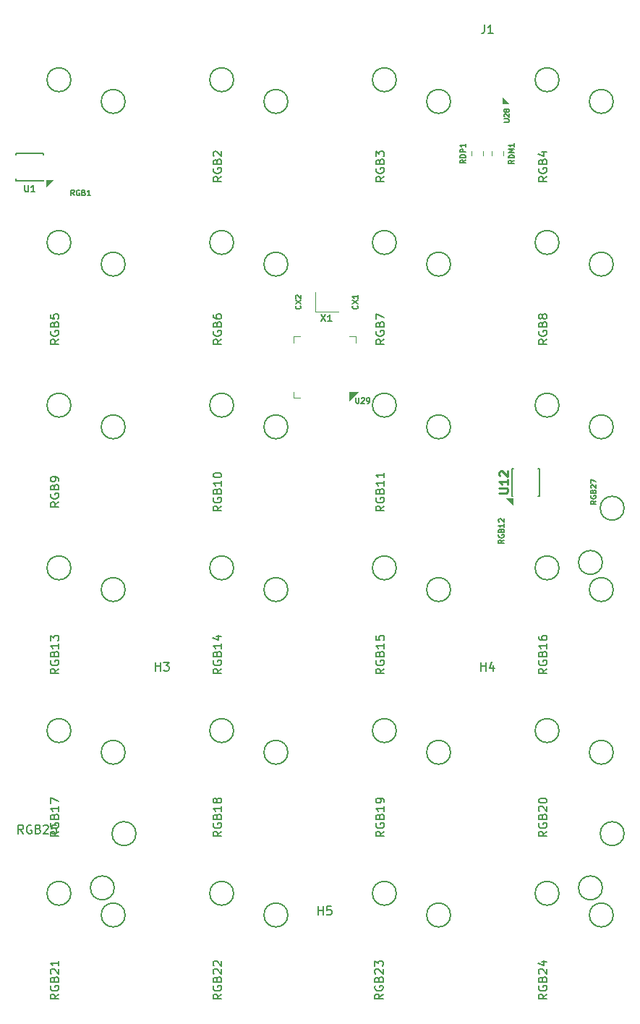
<source format=gbr>
G04 #@! TF.GenerationSoftware,KiCad,Pcbnew,5.1.2*
G04 #@! TF.CreationDate,2019-07-29T09:43:07-03:00*
G04 #@! TF.ProjectId,zeke,7a656b65-2e6b-4696-9361-645f70636258,rev?*
G04 #@! TF.SameCoordinates,Original*
G04 #@! TF.FileFunction,Legend,Top*
G04 #@! TF.FilePolarity,Positive*
%FSLAX46Y46*%
G04 Gerber Fmt 4.6, Leading zero omitted, Abs format (unit mm)*
G04 Created by KiCad (PCBNEW 5.1.2) date 2019-07-29 09:43:07*
%MOMM*%
%LPD*%
G04 APERTURE LIST*
%ADD10C,0.127000*%
%ADD11C,0.100000*%
%ADD12C,0.150000*%
%ADD13C,0.120000*%
%ADD14C,0.254000*%
%ADD15C,0.158750*%
%ADD16C,0.190500*%
G04 APERTURE END LIST*
D10*
X50371570Y-135969930D02*
G75*
G03X50371570Y-135969930I-1397000J0D01*
G01*
X52917331Y-129619930D02*
G75*
G03X52917331Y-129619930I-1402761J0D01*
G01*
D11*
G36*
X97018690Y-91138730D02*
G01*
X97018690Y-90376730D01*
X96256690Y-90376730D01*
X97018690Y-91138730D01*
G37*
X97018690Y-91138730D02*
X97018690Y-90376730D01*
X96256690Y-90376730D01*
X97018690Y-91138730D01*
D12*
X100167690Y-90096730D02*
X100167690Y-86846730D01*
X96917690Y-90096730D02*
X96917690Y-86846730D01*
X100167690Y-90096730D02*
X99952690Y-90096730D01*
X100167690Y-86846730D02*
X99952690Y-86846730D01*
X96917690Y-86846730D02*
X97132690Y-86846730D01*
X96917690Y-90096730D02*
X97042690Y-90096730D01*
D10*
X110061810Y-91519770D02*
G75*
G03X110061810Y-91519770I-1397000J0D01*
G01*
X107521810Y-97869770D02*
G75*
G03X107521810Y-97869770I-1397000J0D01*
G01*
X110061810Y-129619930D02*
G75*
G03X110061810Y-129619930I-1397000J0D01*
G01*
X107521810Y-135969930D02*
G75*
G03X107521810Y-135969930I-1397000J0D01*
G01*
D13*
X93579140Y-50265038D02*
X93579140Y-49747882D01*
X92159140Y-50265038D02*
X92159140Y-49747882D01*
X94540400Y-49747882D02*
X94540400Y-50265038D01*
X95960400Y-49747882D02*
X95960400Y-50265038D01*
D10*
X108791810Y-139144970D02*
G75*
G03X108791810Y-139144970I-1397000J0D01*
G01*
X102441810Y-136604970D02*
G75*
G03X102441810Y-136604970I-1397000J0D01*
G01*
X89741730Y-139144970D02*
G75*
G03X89741730Y-139144970I-1397000J0D01*
G01*
X83391730Y-136604970D02*
G75*
G03X83391730Y-136604970I-1397000J0D01*
G01*
X70691650Y-139144970D02*
G75*
G03X70691650Y-139144970I-1397000J0D01*
G01*
X64341650Y-136604970D02*
G75*
G03X64341650Y-136604970I-1397000J0D01*
G01*
X51641570Y-139144970D02*
G75*
G03X51641570Y-139144970I-1397000J0D01*
G01*
X45291570Y-136604970D02*
G75*
G03X45291570Y-136604970I-1397000J0D01*
G01*
D11*
G36*
X43148420Y-53086000D02*
G01*
X42386420Y-53086000D01*
X42386420Y-53848000D01*
X43148420Y-53086000D01*
G37*
X43148420Y-53086000D02*
X42386420Y-53086000D01*
X42386420Y-53848000D01*
X43148420Y-53086000D01*
D12*
X42106420Y-49937000D02*
X38856420Y-49937000D01*
X42106420Y-53187000D02*
X38856420Y-53187000D01*
X42106420Y-49937000D02*
X42106420Y-50152000D01*
X38856420Y-49937000D02*
X38856420Y-50152000D01*
X38856420Y-53187000D02*
X38856420Y-52972000D01*
X42106420Y-53187000D02*
X42106420Y-53062000D01*
D13*
X73888370Y-68539730D02*
X76588370Y-68539730D01*
X73888370Y-66239730D02*
X73888370Y-68539730D01*
D11*
G36*
X78946690Y-77930690D02*
G01*
X77930690Y-77930690D01*
X77930690Y-78946690D01*
X78946690Y-77930690D01*
G37*
X78946690Y-77930690D02*
X77930690Y-77930690D01*
X77930690Y-78946690D01*
X78946690Y-77930690D01*
D13*
X71399690Y-71399690D02*
X71399690Y-72124690D01*
X72124690Y-71399690D02*
X71399690Y-71399690D01*
X78619690Y-71399690D02*
X78619690Y-72124690D01*
X77894690Y-71399690D02*
X78619690Y-71399690D01*
X71399690Y-78619690D02*
X71399690Y-77894690D01*
X72124690Y-78619690D02*
X71399690Y-78619690D01*
D10*
X108791810Y-120094890D02*
G75*
G03X108791810Y-120094890I-1397000J0D01*
G01*
X102441810Y-117554890D02*
G75*
G03X102441810Y-117554890I-1397000J0D01*
G01*
X89741730Y-120094890D02*
G75*
G03X89741730Y-120094890I-1397000J0D01*
G01*
X83391730Y-117554890D02*
G75*
G03X83391730Y-117554890I-1397000J0D01*
G01*
X70691650Y-120094890D02*
G75*
G03X70691650Y-120094890I-1397000J0D01*
G01*
X64341650Y-117554890D02*
G75*
G03X64341650Y-117554890I-1397000J0D01*
G01*
X51641570Y-120094890D02*
G75*
G03X51641570Y-120094890I-1397000J0D01*
G01*
X45291570Y-117554890D02*
G75*
G03X45291570Y-117554890I-1397000J0D01*
G01*
D11*
G36*
X95809770Y-43414730D02*
G01*
X95809770Y-44164730D01*
X96559770Y-44164730D01*
X95809770Y-43414730D01*
G37*
X95809770Y-43414730D02*
X95809770Y-44164730D01*
X96559770Y-44164730D01*
X95809770Y-43414730D01*
D10*
X108791810Y-101044810D02*
G75*
G03X108791810Y-101044810I-1397000J0D01*
G01*
X102441810Y-98504810D02*
G75*
G03X102441810Y-98504810I-1397000J0D01*
G01*
X89741730Y-101044810D02*
G75*
G03X89741730Y-101044810I-1397000J0D01*
G01*
X83391730Y-98504810D02*
G75*
G03X83391730Y-98504810I-1397000J0D01*
G01*
X70691650Y-101044810D02*
G75*
G03X70691650Y-101044810I-1397000J0D01*
G01*
X64341650Y-98504810D02*
G75*
G03X64341650Y-98504810I-1397000J0D01*
G01*
X51641570Y-101044810D02*
G75*
G03X51641570Y-101044810I-1397000J0D01*
G01*
X45291570Y-98504810D02*
G75*
G03X45291570Y-98504810I-1397000J0D01*
G01*
X108791810Y-81994730D02*
G75*
G03X108791810Y-81994730I-1397000J0D01*
G01*
X102441810Y-79454730D02*
G75*
G03X102441810Y-79454730I-1397000J0D01*
G01*
X89741730Y-81994730D02*
G75*
G03X89741730Y-81994730I-1397000J0D01*
G01*
X83391730Y-79454730D02*
G75*
G03X83391730Y-79454730I-1397000J0D01*
G01*
X70691650Y-81994730D02*
G75*
G03X70691650Y-81994730I-1397000J0D01*
G01*
X64341650Y-79454730D02*
G75*
G03X64341650Y-79454730I-1397000J0D01*
G01*
X51641570Y-81994730D02*
G75*
G03X51641570Y-81994730I-1397000J0D01*
G01*
X45291570Y-79454730D02*
G75*
G03X45291570Y-79454730I-1397000J0D01*
G01*
X108791810Y-62944650D02*
G75*
G03X108791810Y-62944650I-1397000J0D01*
G01*
X102441810Y-60404650D02*
G75*
G03X102441810Y-60404650I-1397000J0D01*
G01*
X89741730Y-62944650D02*
G75*
G03X89741730Y-62944650I-1397000J0D01*
G01*
X83391730Y-60404650D02*
G75*
G03X83391730Y-60404650I-1397000J0D01*
G01*
X70691650Y-62944650D02*
G75*
G03X70691650Y-62944650I-1397000J0D01*
G01*
X64341650Y-60404650D02*
G75*
G03X64341650Y-60404650I-1397000J0D01*
G01*
X51641570Y-62944650D02*
G75*
G03X51641570Y-62944650I-1397000J0D01*
G01*
X45291570Y-60404650D02*
G75*
G03X45291570Y-60404650I-1397000J0D01*
G01*
X108791810Y-43894570D02*
G75*
G03X108791810Y-43894570I-1397000J0D01*
G01*
X102441810Y-41354570D02*
G75*
G03X102441810Y-41354570I-1397000J0D01*
G01*
X89741730Y-43894570D02*
G75*
G03X89741730Y-43894570I-1397000J0D01*
G01*
X83391730Y-41354570D02*
G75*
G03X83391730Y-41354570I-1397000J0D01*
G01*
X70691650Y-43894570D02*
G75*
G03X70691650Y-43894570I-1397000J0D01*
G01*
X64341650Y-41354570D02*
G75*
G03X64341650Y-41354570I-1397000J0D01*
G01*
X51641570Y-43894570D02*
G75*
G03X51641570Y-43894570I-1397000J0D01*
G01*
X45291570Y-41354570D02*
G75*
G03X45291570Y-41354570I-1397000J0D01*
G01*
D12*
X39711832Y-129612110D02*
X39378499Y-129135920D01*
X39140404Y-129612110D02*
X39140404Y-128612110D01*
X39521356Y-128612110D01*
X39616594Y-128659730D01*
X39664213Y-128707349D01*
X39711832Y-128802587D01*
X39711832Y-128945444D01*
X39664213Y-129040682D01*
X39616594Y-129088301D01*
X39521356Y-129135920D01*
X39140404Y-129135920D01*
X40664213Y-128659730D02*
X40568975Y-128612110D01*
X40426118Y-128612110D01*
X40283261Y-128659730D01*
X40188023Y-128754968D01*
X40140404Y-128850206D01*
X40092785Y-129040682D01*
X40092785Y-129183539D01*
X40140404Y-129374015D01*
X40188023Y-129469253D01*
X40283261Y-129564491D01*
X40426118Y-129612110D01*
X40521356Y-129612110D01*
X40664213Y-129564491D01*
X40711832Y-129516872D01*
X40711832Y-129183539D01*
X40521356Y-129183539D01*
X41473737Y-129088301D02*
X41616594Y-129135920D01*
X41664213Y-129183539D01*
X41711832Y-129278777D01*
X41711832Y-129421634D01*
X41664213Y-129516872D01*
X41616594Y-129564491D01*
X41521356Y-129612110D01*
X41140404Y-129612110D01*
X41140404Y-128612110D01*
X41473737Y-128612110D01*
X41568975Y-128659730D01*
X41616594Y-128707349D01*
X41664213Y-128802587D01*
X41664213Y-128897825D01*
X41616594Y-128993063D01*
X41568975Y-129040682D01*
X41473737Y-129088301D01*
X41140404Y-129088301D01*
X42092785Y-128707349D02*
X42140404Y-128659730D01*
X42235642Y-128612110D01*
X42473737Y-128612110D01*
X42568975Y-128659730D01*
X42616594Y-128707349D01*
X42664213Y-128802587D01*
X42664213Y-128897825D01*
X42616594Y-129040682D01*
X42045166Y-129612110D01*
X42664213Y-129612110D01*
X43568975Y-128612110D02*
X43092785Y-128612110D01*
X43045166Y-129088301D01*
X43092785Y-129040682D01*
X43188023Y-128993063D01*
X43426118Y-128993063D01*
X43521356Y-129040682D01*
X43568975Y-129088301D01*
X43616594Y-129183539D01*
X43616594Y-129421634D01*
X43568975Y-129516872D01*
X43521356Y-129564491D01*
X43426118Y-129612110D01*
X43188023Y-129612110D01*
X43092785Y-129564491D01*
X43045166Y-129516872D01*
X101037070Y-148407587D02*
X100560880Y-148740920D01*
X101037070Y-148979015D02*
X100037070Y-148979015D01*
X100037070Y-148598063D01*
X100084690Y-148502825D01*
X100132309Y-148455206D01*
X100227547Y-148407587D01*
X100370404Y-148407587D01*
X100465642Y-148455206D01*
X100513261Y-148502825D01*
X100560880Y-148598063D01*
X100560880Y-148979015D01*
X100084690Y-147455206D02*
X100037070Y-147550444D01*
X100037070Y-147693301D01*
X100084690Y-147836158D01*
X100179928Y-147931396D01*
X100275166Y-147979015D01*
X100465642Y-148026634D01*
X100608499Y-148026634D01*
X100798975Y-147979015D01*
X100894213Y-147931396D01*
X100989451Y-147836158D01*
X101037070Y-147693301D01*
X101037070Y-147598063D01*
X100989451Y-147455206D01*
X100941832Y-147407587D01*
X100608499Y-147407587D01*
X100608499Y-147598063D01*
X100513261Y-146645682D02*
X100560880Y-146502825D01*
X100608499Y-146455206D01*
X100703737Y-146407587D01*
X100846594Y-146407587D01*
X100941832Y-146455206D01*
X100989451Y-146502825D01*
X101037070Y-146598063D01*
X101037070Y-146979015D01*
X100037070Y-146979015D01*
X100037070Y-146645682D01*
X100084690Y-146550444D01*
X100132309Y-146502825D01*
X100227547Y-146455206D01*
X100322785Y-146455206D01*
X100418023Y-146502825D01*
X100465642Y-146550444D01*
X100513261Y-146645682D01*
X100513261Y-146979015D01*
X100132309Y-146026634D02*
X100084690Y-145979015D01*
X100037070Y-145883777D01*
X100037070Y-145645682D01*
X100084690Y-145550444D01*
X100132309Y-145502825D01*
X100227547Y-145455206D01*
X100322785Y-145455206D01*
X100465642Y-145502825D01*
X101037070Y-146074253D01*
X101037070Y-145455206D01*
X100370404Y-144598063D02*
X101037070Y-144598063D01*
X99989451Y-144836158D02*
X100703737Y-145074253D01*
X100703737Y-144455206D01*
X81860070Y-148407987D02*
X81383880Y-148741320D01*
X81860070Y-148979415D02*
X80860070Y-148979415D01*
X80860070Y-148598463D01*
X80907690Y-148503225D01*
X80955309Y-148455606D01*
X81050547Y-148407987D01*
X81193404Y-148407987D01*
X81288642Y-148455606D01*
X81336261Y-148503225D01*
X81383880Y-148598463D01*
X81383880Y-148979415D01*
X80907690Y-147455606D02*
X80860070Y-147550844D01*
X80860070Y-147693701D01*
X80907690Y-147836558D01*
X81002928Y-147931796D01*
X81098166Y-147979415D01*
X81288642Y-148027034D01*
X81431499Y-148027034D01*
X81621975Y-147979415D01*
X81717213Y-147931796D01*
X81812451Y-147836558D01*
X81860070Y-147693701D01*
X81860070Y-147598463D01*
X81812451Y-147455606D01*
X81764832Y-147407987D01*
X81431499Y-147407987D01*
X81431499Y-147598463D01*
X81336261Y-146646082D02*
X81383880Y-146503225D01*
X81431499Y-146455606D01*
X81526737Y-146407987D01*
X81669594Y-146407987D01*
X81764832Y-146455606D01*
X81812451Y-146503225D01*
X81860070Y-146598463D01*
X81860070Y-146979415D01*
X80860070Y-146979415D01*
X80860070Y-146646082D01*
X80907690Y-146550844D01*
X80955309Y-146503225D01*
X81050547Y-146455606D01*
X81145785Y-146455606D01*
X81241023Y-146503225D01*
X81288642Y-146550844D01*
X81336261Y-146646082D01*
X81336261Y-146979415D01*
X80955309Y-146027034D02*
X80907690Y-145979415D01*
X80860070Y-145884177D01*
X80860070Y-145646082D01*
X80907690Y-145550844D01*
X80955309Y-145503225D01*
X81050547Y-145455606D01*
X81145785Y-145455606D01*
X81288642Y-145503225D01*
X81860070Y-146074653D01*
X81860070Y-145455606D01*
X80860070Y-145122272D02*
X80860070Y-144503225D01*
X81241023Y-144836558D01*
X81241023Y-144693701D01*
X81288642Y-144598463D01*
X81336261Y-144550844D01*
X81431499Y-144503225D01*
X81669594Y-144503225D01*
X81764832Y-144550844D01*
X81812451Y-144598463D01*
X81860070Y-144693701D01*
X81860070Y-144979415D01*
X81812451Y-145074653D01*
X81764832Y-145122272D01*
X62937150Y-148407987D02*
X62460960Y-148741320D01*
X62937150Y-148979415D02*
X61937150Y-148979415D01*
X61937150Y-148598463D01*
X61984770Y-148503225D01*
X62032389Y-148455606D01*
X62127627Y-148407987D01*
X62270484Y-148407987D01*
X62365722Y-148455606D01*
X62413341Y-148503225D01*
X62460960Y-148598463D01*
X62460960Y-148979415D01*
X61984770Y-147455606D02*
X61937150Y-147550844D01*
X61937150Y-147693701D01*
X61984770Y-147836558D01*
X62080008Y-147931796D01*
X62175246Y-147979415D01*
X62365722Y-148027034D01*
X62508579Y-148027034D01*
X62699055Y-147979415D01*
X62794293Y-147931796D01*
X62889531Y-147836558D01*
X62937150Y-147693701D01*
X62937150Y-147598463D01*
X62889531Y-147455606D01*
X62841912Y-147407987D01*
X62508579Y-147407987D01*
X62508579Y-147598463D01*
X62413341Y-146646082D02*
X62460960Y-146503225D01*
X62508579Y-146455606D01*
X62603817Y-146407987D01*
X62746674Y-146407987D01*
X62841912Y-146455606D01*
X62889531Y-146503225D01*
X62937150Y-146598463D01*
X62937150Y-146979415D01*
X61937150Y-146979415D01*
X61937150Y-146646082D01*
X61984770Y-146550844D01*
X62032389Y-146503225D01*
X62127627Y-146455606D01*
X62222865Y-146455606D01*
X62318103Y-146503225D01*
X62365722Y-146550844D01*
X62413341Y-146646082D01*
X62413341Y-146979415D01*
X62032389Y-146027034D02*
X61984770Y-145979415D01*
X61937150Y-145884177D01*
X61937150Y-145646082D01*
X61984770Y-145550844D01*
X62032389Y-145503225D01*
X62127627Y-145455606D01*
X62222865Y-145455606D01*
X62365722Y-145503225D01*
X62937150Y-146074653D01*
X62937150Y-145455606D01*
X62032389Y-145074653D02*
X61984770Y-145027034D01*
X61937150Y-144931796D01*
X61937150Y-144693701D01*
X61984770Y-144598463D01*
X62032389Y-144550844D01*
X62127627Y-144503225D01*
X62222865Y-144503225D01*
X62365722Y-144550844D01*
X62937150Y-145122272D01*
X62937150Y-144503225D01*
X43887070Y-148407987D02*
X43410880Y-148741320D01*
X43887070Y-148979415D02*
X42887070Y-148979415D01*
X42887070Y-148598463D01*
X42934690Y-148503225D01*
X42982309Y-148455606D01*
X43077547Y-148407987D01*
X43220404Y-148407987D01*
X43315642Y-148455606D01*
X43363261Y-148503225D01*
X43410880Y-148598463D01*
X43410880Y-148979415D01*
X42934690Y-147455606D02*
X42887070Y-147550844D01*
X42887070Y-147693701D01*
X42934690Y-147836558D01*
X43029928Y-147931796D01*
X43125166Y-147979415D01*
X43315642Y-148027034D01*
X43458499Y-148027034D01*
X43648975Y-147979415D01*
X43744213Y-147931796D01*
X43839451Y-147836558D01*
X43887070Y-147693701D01*
X43887070Y-147598463D01*
X43839451Y-147455606D01*
X43791832Y-147407987D01*
X43458499Y-147407987D01*
X43458499Y-147598463D01*
X43363261Y-146646082D02*
X43410880Y-146503225D01*
X43458499Y-146455606D01*
X43553737Y-146407987D01*
X43696594Y-146407987D01*
X43791832Y-146455606D01*
X43839451Y-146503225D01*
X43887070Y-146598463D01*
X43887070Y-146979415D01*
X42887070Y-146979415D01*
X42887070Y-146646082D01*
X42934690Y-146550844D01*
X42982309Y-146503225D01*
X43077547Y-146455606D01*
X43172785Y-146455606D01*
X43268023Y-146503225D01*
X43315642Y-146550844D01*
X43363261Y-146646082D01*
X43363261Y-146979415D01*
X42982309Y-146027034D02*
X42934690Y-145979415D01*
X42887070Y-145884177D01*
X42887070Y-145646082D01*
X42934690Y-145550844D01*
X42982309Y-145503225D01*
X43077547Y-145455606D01*
X43172785Y-145455606D01*
X43315642Y-145503225D01*
X43887070Y-146074653D01*
X43887070Y-145455606D01*
X43887070Y-144503225D02*
X43887070Y-145074653D01*
X43887070Y-144788939D02*
X42887070Y-144788939D01*
X43029928Y-144884177D01*
X43125166Y-144979415D01*
X43172785Y-145074653D01*
X101037070Y-129357587D02*
X100560880Y-129690920D01*
X101037070Y-129929015D02*
X100037070Y-129929015D01*
X100037070Y-129548063D01*
X100084690Y-129452825D01*
X100132309Y-129405206D01*
X100227547Y-129357587D01*
X100370404Y-129357587D01*
X100465642Y-129405206D01*
X100513261Y-129452825D01*
X100560880Y-129548063D01*
X100560880Y-129929015D01*
X100084690Y-128405206D02*
X100037070Y-128500444D01*
X100037070Y-128643301D01*
X100084690Y-128786158D01*
X100179928Y-128881396D01*
X100275166Y-128929015D01*
X100465642Y-128976634D01*
X100608499Y-128976634D01*
X100798975Y-128929015D01*
X100894213Y-128881396D01*
X100989451Y-128786158D01*
X101037070Y-128643301D01*
X101037070Y-128548063D01*
X100989451Y-128405206D01*
X100941832Y-128357587D01*
X100608499Y-128357587D01*
X100608499Y-128548063D01*
X100513261Y-127595682D02*
X100560880Y-127452825D01*
X100608499Y-127405206D01*
X100703737Y-127357587D01*
X100846594Y-127357587D01*
X100941832Y-127405206D01*
X100989451Y-127452825D01*
X101037070Y-127548063D01*
X101037070Y-127929015D01*
X100037070Y-127929015D01*
X100037070Y-127595682D01*
X100084690Y-127500444D01*
X100132309Y-127452825D01*
X100227547Y-127405206D01*
X100322785Y-127405206D01*
X100418023Y-127452825D01*
X100465642Y-127500444D01*
X100513261Y-127595682D01*
X100513261Y-127929015D01*
X100132309Y-126976634D02*
X100084690Y-126929015D01*
X100037070Y-126833777D01*
X100037070Y-126595682D01*
X100084690Y-126500444D01*
X100132309Y-126452825D01*
X100227547Y-126405206D01*
X100322785Y-126405206D01*
X100465642Y-126452825D01*
X101037070Y-127024253D01*
X101037070Y-126405206D01*
X100037070Y-125786158D02*
X100037070Y-125690920D01*
X100084690Y-125595682D01*
X100132309Y-125548063D01*
X100227547Y-125500444D01*
X100418023Y-125452825D01*
X100656118Y-125452825D01*
X100846594Y-125500444D01*
X100941832Y-125548063D01*
X100989451Y-125595682D01*
X101037070Y-125690920D01*
X101037070Y-125786158D01*
X100989451Y-125881396D01*
X100941832Y-125929015D01*
X100846594Y-125976634D01*
X100656118Y-126024253D01*
X100418023Y-126024253D01*
X100227547Y-125976634D01*
X100132309Y-125929015D01*
X100084690Y-125881396D01*
X100037070Y-125786158D01*
X81987070Y-129357587D02*
X81510880Y-129690920D01*
X81987070Y-129929015D02*
X80987070Y-129929015D01*
X80987070Y-129548063D01*
X81034690Y-129452825D01*
X81082309Y-129405206D01*
X81177547Y-129357587D01*
X81320404Y-129357587D01*
X81415642Y-129405206D01*
X81463261Y-129452825D01*
X81510880Y-129548063D01*
X81510880Y-129929015D01*
X81034690Y-128405206D02*
X80987070Y-128500444D01*
X80987070Y-128643301D01*
X81034690Y-128786158D01*
X81129928Y-128881396D01*
X81225166Y-128929015D01*
X81415642Y-128976634D01*
X81558499Y-128976634D01*
X81748975Y-128929015D01*
X81844213Y-128881396D01*
X81939451Y-128786158D01*
X81987070Y-128643301D01*
X81987070Y-128548063D01*
X81939451Y-128405206D01*
X81891832Y-128357587D01*
X81558499Y-128357587D01*
X81558499Y-128548063D01*
X81463261Y-127595682D02*
X81510880Y-127452825D01*
X81558499Y-127405206D01*
X81653737Y-127357587D01*
X81796594Y-127357587D01*
X81891832Y-127405206D01*
X81939451Y-127452825D01*
X81987070Y-127548063D01*
X81987070Y-127929015D01*
X80987070Y-127929015D01*
X80987070Y-127595682D01*
X81034690Y-127500444D01*
X81082309Y-127452825D01*
X81177547Y-127405206D01*
X81272785Y-127405206D01*
X81368023Y-127452825D01*
X81415642Y-127500444D01*
X81463261Y-127595682D01*
X81463261Y-127929015D01*
X81987070Y-126405206D02*
X81987070Y-126976634D01*
X81987070Y-126690920D02*
X80987070Y-126690920D01*
X81129928Y-126786158D01*
X81225166Y-126881396D01*
X81272785Y-126976634D01*
X81987070Y-125929015D02*
X81987070Y-125738539D01*
X81939451Y-125643301D01*
X81891832Y-125595682D01*
X81748975Y-125500444D01*
X81558499Y-125452825D01*
X81177547Y-125452825D01*
X81082309Y-125500444D01*
X81034690Y-125548063D01*
X80987070Y-125643301D01*
X80987070Y-125833777D01*
X81034690Y-125929015D01*
X81082309Y-125976634D01*
X81177547Y-126024253D01*
X81415642Y-126024253D01*
X81510880Y-125976634D01*
X81558499Y-125929015D01*
X81606118Y-125833777D01*
X81606118Y-125643301D01*
X81558499Y-125548063D01*
X81510880Y-125500444D01*
X81415642Y-125452825D01*
X62937150Y-129357907D02*
X62460960Y-129691240D01*
X62937150Y-129929335D02*
X61937150Y-129929335D01*
X61937150Y-129548383D01*
X61984770Y-129453145D01*
X62032389Y-129405526D01*
X62127627Y-129357907D01*
X62270484Y-129357907D01*
X62365722Y-129405526D01*
X62413341Y-129453145D01*
X62460960Y-129548383D01*
X62460960Y-129929335D01*
X61984770Y-128405526D02*
X61937150Y-128500764D01*
X61937150Y-128643621D01*
X61984770Y-128786478D01*
X62080008Y-128881716D01*
X62175246Y-128929335D01*
X62365722Y-128976954D01*
X62508579Y-128976954D01*
X62699055Y-128929335D01*
X62794293Y-128881716D01*
X62889531Y-128786478D01*
X62937150Y-128643621D01*
X62937150Y-128548383D01*
X62889531Y-128405526D01*
X62841912Y-128357907D01*
X62508579Y-128357907D01*
X62508579Y-128548383D01*
X62413341Y-127596002D02*
X62460960Y-127453145D01*
X62508579Y-127405526D01*
X62603817Y-127357907D01*
X62746674Y-127357907D01*
X62841912Y-127405526D01*
X62889531Y-127453145D01*
X62937150Y-127548383D01*
X62937150Y-127929335D01*
X61937150Y-127929335D01*
X61937150Y-127596002D01*
X61984770Y-127500764D01*
X62032389Y-127453145D01*
X62127627Y-127405526D01*
X62222865Y-127405526D01*
X62318103Y-127453145D01*
X62365722Y-127500764D01*
X62413341Y-127596002D01*
X62413341Y-127929335D01*
X62937150Y-126405526D02*
X62937150Y-126976954D01*
X62937150Y-126691240D02*
X61937150Y-126691240D01*
X62080008Y-126786478D01*
X62175246Y-126881716D01*
X62222865Y-126976954D01*
X62365722Y-125834097D02*
X62318103Y-125929335D01*
X62270484Y-125976954D01*
X62175246Y-126024573D01*
X62127627Y-126024573D01*
X62032389Y-125976954D01*
X61984770Y-125929335D01*
X61937150Y-125834097D01*
X61937150Y-125643621D01*
X61984770Y-125548383D01*
X62032389Y-125500764D01*
X62127627Y-125453145D01*
X62175246Y-125453145D01*
X62270484Y-125500764D01*
X62318103Y-125548383D01*
X62365722Y-125643621D01*
X62365722Y-125834097D01*
X62413341Y-125929335D01*
X62460960Y-125976954D01*
X62556198Y-126024573D01*
X62746674Y-126024573D01*
X62841912Y-125976954D01*
X62889531Y-125929335D01*
X62937150Y-125834097D01*
X62937150Y-125643621D01*
X62889531Y-125548383D01*
X62841912Y-125500764D01*
X62746674Y-125453145D01*
X62556198Y-125453145D01*
X62460960Y-125500764D01*
X62413341Y-125548383D01*
X62365722Y-125643621D01*
X43887070Y-129357907D02*
X43410880Y-129691240D01*
X43887070Y-129929335D02*
X42887070Y-129929335D01*
X42887070Y-129548383D01*
X42934690Y-129453145D01*
X42982309Y-129405526D01*
X43077547Y-129357907D01*
X43220404Y-129357907D01*
X43315642Y-129405526D01*
X43363261Y-129453145D01*
X43410880Y-129548383D01*
X43410880Y-129929335D01*
X42934690Y-128405526D02*
X42887070Y-128500764D01*
X42887070Y-128643621D01*
X42934690Y-128786478D01*
X43029928Y-128881716D01*
X43125166Y-128929335D01*
X43315642Y-128976954D01*
X43458499Y-128976954D01*
X43648975Y-128929335D01*
X43744213Y-128881716D01*
X43839451Y-128786478D01*
X43887070Y-128643621D01*
X43887070Y-128548383D01*
X43839451Y-128405526D01*
X43791832Y-128357907D01*
X43458499Y-128357907D01*
X43458499Y-128548383D01*
X43363261Y-127596002D02*
X43410880Y-127453145D01*
X43458499Y-127405526D01*
X43553737Y-127357907D01*
X43696594Y-127357907D01*
X43791832Y-127405526D01*
X43839451Y-127453145D01*
X43887070Y-127548383D01*
X43887070Y-127929335D01*
X42887070Y-127929335D01*
X42887070Y-127596002D01*
X42934690Y-127500764D01*
X42982309Y-127453145D01*
X43077547Y-127405526D01*
X43172785Y-127405526D01*
X43268023Y-127453145D01*
X43315642Y-127500764D01*
X43363261Y-127596002D01*
X43363261Y-127929335D01*
X43887070Y-126405526D02*
X43887070Y-126976954D01*
X43887070Y-126691240D02*
X42887070Y-126691240D01*
X43029928Y-126786478D01*
X43125166Y-126881716D01*
X43172785Y-126976954D01*
X42887070Y-126072192D02*
X42887070Y-125405526D01*
X43887070Y-125834097D01*
X101037310Y-110307827D02*
X100561120Y-110641160D01*
X101037310Y-110879255D02*
X100037310Y-110879255D01*
X100037310Y-110498303D01*
X100084930Y-110403065D01*
X100132549Y-110355446D01*
X100227787Y-110307827D01*
X100370644Y-110307827D01*
X100465882Y-110355446D01*
X100513501Y-110403065D01*
X100561120Y-110498303D01*
X100561120Y-110879255D01*
X100084930Y-109355446D02*
X100037310Y-109450684D01*
X100037310Y-109593541D01*
X100084930Y-109736398D01*
X100180168Y-109831636D01*
X100275406Y-109879255D01*
X100465882Y-109926874D01*
X100608739Y-109926874D01*
X100799215Y-109879255D01*
X100894453Y-109831636D01*
X100989691Y-109736398D01*
X101037310Y-109593541D01*
X101037310Y-109498303D01*
X100989691Y-109355446D01*
X100942072Y-109307827D01*
X100608739Y-109307827D01*
X100608739Y-109498303D01*
X100513501Y-108545922D02*
X100561120Y-108403065D01*
X100608739Y-108355446D01*
X100703977Y-108307827D01*
X100846834Y-108307827D01*
X100942072Y-108355446D01*
X100989691Y-108403065D01*
X101037310Y-108498303D01*
X101037310Y-108879255D01*
X100037310Y-108879255D01*
X100037310Y-108545922D01*
X100084930Y-108450684D01*
X100132549Y-108403065D01*
X100227787Y-108355446D01*
X100323025Y-108355446D01*
X100418263Y-108403065D01*
X100465882Y-108450684D01*
X100513501Y-108545922D01*
X100513501Y-108879255D01*
X101037310Y-107355446D02*
X101037310Y-107926874D01*
X101037310Y-107641160D02*
X100037310Y-107641160D01*
X100180168Y-107736398D01*
X100275406Y-107831636D01*
X100323025Y-107926874D01*
X100037310Y-106498303D02*
X100037310Y-106688779D01*
X100084930Y-106784017D01*
X100132549Y-106831636D01*
X100275406Y-106926874D01*
X100465882Y-106974493D01*
X100846834Y-106974493D01*
X100942072Y-106926874D01*
X100989691Y-106879255D01*
X101037310Y-106784017D01*
X101037310Y-106593541D01*
X100989691Y-106498303D01*
X100942072Y-106450684D01*
X100846834Y-106403065D01*
X100608739Y-106403065D01*
X100513501Y-106450684D01*
X100465882Y-106498303D01*
X100418263Y-106593541D01*
X100418263Y-106784017D01*
X100465882Y-106879255D01*
X100513501Y-106926874D01*
X100608739Y-106974493D01*
X81987230Y-110307827D02*
X81511040Y-110641160D01*
X81987230Y-110879255D02*
X80987230Y-110879255D01*
X80987230Y-110498303D01*
X81034850Y-110403065D01*
X81082469Y-110355446D01*
X81177707Y-110307827D01*
X81320564Y-110307827D01*
X81415802Y-110355446D01*
X81463421Y-110403065D01*
X81511040Y-110498303D01*
X81511040Y-110879255D01*
X81034850Y-109355446D02*
X80987230Y-109450684D01*
X80987230Y-109593541D01*
X81034850Y-109736398D01*
X81130088Y-109831636D01*
X81225326Y-109879255D01*
X81415802Y-109926874D01*
X81558659Y-109926874D01*
X81749135Y-109879255D01*
X81844373Y-109831636D01*
X81939611Y-109736398D01*
X81987230Y-109593541D01*
X81987230Y-109498303D01*
X81939611Y-109355446D01*
X81891992Y-109307827D01*
X81558659Y-109307827D01*
X81558659Y-109498303D01*
X81463421Y-108545922D02*
X81511040Y-108403065D01*
X81558659Y-108355446D01*
X81653897Y-108307827D01*
X81796754Y-108307827D01*
X81891992Y-108355446D01*
X81939611Y-108403065D01*
X81987230Y-108498303D01*
X81987230Y-108879255D01*
X80987230Y-108879255D01*
X80987230Y-108545922D01*
X81034850Y-108450684D01*
X81082469Y-108403065D01*
X81177707Y-108355446D01*
X81272945Y-108355446D01*
X81368183Y-108403065D01*
X81415802Y-108450684D01*
X81463421Y-108545922D01*
X81463421Y-108879255D01*
X81987230Y-107355446D02*
X81987230Y-107926874D01*
X81987230Y-107641160D02*
X80987230Y-107641160D01*
X81130088Y-107736398D01*
X81225326Y-107831636D01*
X81272945Y-107926874D01*
X80987230Y-106450684D02*
X80987230Y-106926874D01*
X81463421Y-106974493D01*
X81415802Y-106926874D01*
X81368183Y-106831636D01*
X81368183Y-106593541D01*
X81415802Y-106498303D01*
X81463421Y-106450684D01*
X81558659Y-106403065D01*
X81796754Y-106403065D01*
X81891992Y-106450684D01*
X81939611Y-106498303D01*
X81987230Y-106593541D01*
X81987230Y-106831636D01*
X81939611Y-106926874D01*
X81891992Y-106974493D01*
X62937150Y-110307827D02*
X62460960Y-110641160D01*
X62937150Y-110879255D02*
X61937150Y-110879255D01*
X61937150Y-110498303D01*
X61984770Y-110403065D01*
X62032389Y-110355446D01*
X62127627Y-110307827D01*
X62270484Y-110307827D01*
X62365722Y-110355446D01*
X62413341Y-110403065D01*
X62460960Y-110498303D01*
X62460960Y-110879255D01*
X61984770Y-109355446D02*
X61937150Y-109450684D01*
X61937150Y-109593541D01*
X61984770Y-109736398D01*
X62080008Y-109831636D01*
X62175246Y-109879255D01*
X62365722Y-109926874D01*
X62508579Y-109926874D01*
X62699055Y-109879255D01*
X62794293Y-109831636D01*
X62889531Y-109736398D01*
X62937150Y-109593541D01*
X62937150Y-109498303D01*
X62889531Y-109355446D01*
X62841912Y-109307827D01*
X62508579Y-109307827D01*
X62508579Y-109498303D01*
X62413341Y-108545922D02*
X62460960Y-108403065D01*
X62508579Y-108355446D01*
X62603817Y-108307827D01*
X62746674Y-108307827D01*
X62841912Y-108355446D01*
X62889531Y-108403065D01*
X62937150Y-108498303D01*
X62937150Y-108879255D01*
X61937150Y-108879255D01*
X61937150Y-108545922D01*
X61984770Y-108450684D01*
X62032389Y-108403065D01*
X62127627Y-108355446D01*
X62222865Y-108355446D01*
X62318103Y-108403065D01*
X62365722Y-108450684D01*
X62413341Y-108545922D01*
X62413341Y-108879255D01*
X62937150Y-107355446D02*
X62937150Y-107926874D01*
X62937150Y-107641160D02*
X61937150Y-107641160D01*
X62080008Y-107736398D01*
X62175246Y-107831636D01*
X62222865Y-107926874D01*
X62270484Y-106498303D02*
X62937150Y-106498303D01*
X61889531Y-106736398D02*
X62603817Y-106974493D01*
X62603817Y-106355446D01*
X43887070Y-110307827D02*
X43410880Y-110641160D01*
X43887070Y-110879255D02*
X42887070Y-110879255D01*
X42887070Y-110498303D01*
X42934690Y-110403065D01*
X42982309Y-110355446D01*
X43077547Y-110307827D01*
X43220404Y-110307827D01*
X43315642Y-110355446D01*
X43363261Y-110403065D01*
X43410880Y-110498303D01*
X43410880Y-110879255D01*
X42934690Y-109355446D02*
X42887070Y-109450684D01*
X42887070Y-109593541D01*
X42934690Y-109736398D01*
X43029928Y-109831636D01*
X43125166Y-109879255D01*
X43315642Y-109926874D01*
X43458499Y-109926874D01*
X43648975Y-109879255D01*
X43744213Y-109831636D01*
X43839451Y-109736398D01*
X43887070Y-109593541D01*
X43887070Y-109498303D01*
X43839451Y-109355446D01*
X43791832Y-109307827D01*
X43458499Y-109307827D01*
X43458499Y-109498303D01*
X43363261Y-108545922D02*
X43410880Y-108403065D01*
X43458499Y-108355446D01*
X43553737Y-108307827D01*
X43696594Y-108307827D01*
X43791832Y-108355446D01*
X43839451Y-108403065D01*
X43887070Y-108498303D01*
X43887070Y-108879255D01*
X42887070Y-108879255D01*
X42887070Y-108545922D01*
X42934690Y-108450684D01*
X42982309Y-108403065D01*
X43077547Y-108355446D01*
X43172785Y-108355446D01*
X43268023Y-108403065D01*
X43315642Y-108450684D01*
X43363261Y-108545922D01*
X43363261Y-108879255D01*
X43887070Y-107355446D02*
X43887070Y-107926874D01*
X43887070Y-107641160D02*
X42887070Y-107641160D01*
X43029928Y-107736398D01*
X43125166Y-107831636D01*
X43172785Y-107926874D01*
X42887070Y-107022112D02*
X42887070Y-106403065D01*
X43268023Y-106736398D01*
X43268023Y-106593541D01*
X43315642Y-106498303D01*
X43363261Y-106450684D01*
X43458499Y-106403065D01*
X43696594Y-106403065D01*
X43791832Y-106450684D01*
X43839451Y-106498303D01*
X43887070Y-106593541D01*
X43887070Y-106879255D01*
X43839451Y-106974493D01*
X43791832Y-107022112D01*
X81987230Y-91257747D02*
X81511040Y-91591080D01*
X81987230Y-91829175D02*
X80987230Y-91829175D01*
X80987230Y-91448223D01*
X81034850Y-91352985D01*
X81082469Y-91305366D01*
X81177707Y-91257747D01*
X81320564Y-91257747D01*
X81415802Y-91305366D01*
X81463421Y-91352985D01*
X81511040Y-91448223D01*
X81511040Y-91829175D01*
X81034850Y-90305366D02*
X80987230Y-90400604D01*
X80987230Y-90543461D01*
X81034850Y-90686318D01*
X81130088Y-90781556D01*
X81225326Y-90829175D01*
X81415802Y-90876794D01*
X81558659Y-90876794D01*
X81749135Y-90829175D01*
X81844373Y-90781556D01*
X81939611Y-90686318D01*
X81987230Y-90543461D01*
X81987230Y-90448223D01*
X81939611Y-90305366D01*
X81891992Y-90257747D01*
X81558659Y-90257747D01*
X81558659Y-90448223D01*
X81463421Y-89495842D02*
X81511040Y-89352985D01*
X81558659Y-89305366D01*
X81653897Y-89257747D01*
X81796754Y-89257747D01*
X81891992Y-89305366D01*
X81939611Y-89352985D01*
X81987230Y-89448223D01*
X81987230Y-89829175D01*
X80987230Y-89829175D01*
X80987230Y-89495842D01*
X81034850Y-89400604D01*
X81082469Y-89352985D01*
X81177707Y-89305366D01*
X81272945Y-89305366D01*
X81368183Y-89352985D01*
X81415802Y-89400604D01*
X81463421Y-89495842D01*
X81463421Y-89829175D01*
X81987230Y-88305366D02*
X81987230Y-88876794D01*
X81987230Y-88591080D02*
X80987230Y-88591080D01*
X81130088Y-88686318D01*
X81225326Y-88781556D01*
X81272945Y-88876794D01*
X81987230Y-87352985D02*
X81987230Y-87924413D01*
X81987230Y-87638699D02*
X80987230Y-87638699D01*
X81130088Y-87733937D01*
X81225326Y-87829175D01*
X81272945Y-87924413D01*
X62937070Y-91257587D02*
X62460880Y-91590920D01*
X62937070Y-91829015D02*
X61937070Y-91829015D01*
X61937070Y-91448063D01*
X61984690Y-91352825D01*
X62032309Y-91305206D01*
X62127547Y-91257587D01*
X62270404Y-91257587D01*
X62365642Y-91305206D01*
X62413261Y-91352825D01*
X62460880Y-91448063D01*
X62460880Y-91829015D01*
X61984690Y-90305206D02*
X61937070Y-90400444D01*
X61937070Y-90543301D01*
X61984690Y-90686158D01*
X62079928Y-90781396D01*
X62175166Y-90829015D01*
X62365642Y-90876634D01*
X62508499Y-90876634D01*
X62698975Y-90829015D01*
X62794213Y-90781396D01*
X62889451Y-90686158D01*
X62937070Y-90543301D01*
X62937070Y-90448063D01*
X62889451Y-90305206D01*
X62841832Y-90257587D01*
X62508499Y-90257587D01*
X62508499Y-90448063D01*
X62413261Y-89495682D02*
X62460880Y-89352825D01*
X62508499Y-89305206D01*
X62603737Y-89257587D01*
X62746594Y-89257587D01*
X62841832Y-89305206D01*
X62889451Y-89352825D01*
X62937070Y-89448063D01*
X62937070Y-89829015D01*
X61937070Y-89829015D01*
X61937070Y-89495682D01*
X61984690Y-89400444D01*
X62032309Y-89352825D01*
X62127547Y-89305206D01*
X62222785Y-89305206D01*
X62318023Y-89352825D01*
X62365642Y-89400444D01*
X62413261Y-89495682D01*
X62413261Y-89829015D01*
X62937070Y-88305206D02*
X62937070Y-88876634D01*
X62937070Y-88590920D02*
X61937070Y-88590920D01*
X62079928Y-88686158D01*
X62175166Y-88781396D01*
X62222785Y-88876634D01*
X61937070Y-87686158D02*
X61937070Y-87590920D01*
X61984690Y-87495682D01*
X62032309Y-87448063D01*
X62127547Y-87400444D01*
X62318023Y-87352825D01*
X62556118Y-87352825D01*
X62746594Y-87400444D01*
X62841832Y-87448063D01*
X62889451Y-87495682D01*
X62937070Y-87590920D01*
X62937070Y-87686158D01*
X62889451Y-87781396D01*
X62841832Y-87829015D01*
X62746594Y-87876634D01*
X62556118Y-87924253D01*
X62318023Y-87924253D01*
X62127547Y-87876634D01*
X62032309Y-87829015D01*
X61984690Y-87781396D01*
X61937070Y-87686158D01*
X43887070Y-90781396D02*
X43410880Y-91114730D01*
X43887070Y-91352825D02*
X42887070Y-91352825D01*
X42887070Y-90971872D01*
X42934690Y-90876634D01*
X42982309Y-90829015D01*
X43077547Y-90781396D01*
X43220404Y-90781396D01*
X43315642Y-90829015D01*
X43363261Y-90876634D01*
X43410880Y-90971872D01*
X43410880Y-91352825D01*
X42934690Y-89829015D02*
X42887070Y-89924253D01*
X42887070Y-90067110D01*
X42934690Y-90209968D01*
X43029928Y-90305206D01*
X43125166Y-90352825D01*
X43315642Y-90400444D01*
X43458499Y-90400444D01*
X43648975Y-90352825D01*
X43744213Y-90305206D01*
X43839451Y-90209968D01*
X43887070Y-90067110D01*
X43887070Y-89971872D01*
X43839451Y-89829015D01*
X43791832Y-89781396D01*
X43458499Y-89781396D01*
X43458499Y-89971872D01*
X43363261Y-89019491D02*
X43410880Y-88876634D01*
X43458499Y-88829015D01*
X43553737Y-88781396D01*
X43696594Y-88781396D01*
X43791832Y-88829015D01*
X43839451Y-88876634D01*
X43887070Y-88971872D01*
X43887070Y-89352825D01*
X42887070Y-89352825D01*
X42887070Y-89019491D01*
X42934690Y-88924253D01*
X42982309Y-88876634D01*
X43077547Y-88829015D01*
X43172785Y-88829015D01*
X43268023Y-88876634D01*
X43315642Y-88924253D01*
X43363261Y-89019491D01*
X43363261Y-89352825D01*
X43887070Y-88305206D02*
X43887070Y-88114730D01*
X43839451Y-88019491D01*
X43791832Y-87971872D01*
X43648975Y-87876634D01*
X43458499Y-87829015D01*
X43077547Y-87829015D01*
X42982309Y-87876634D01*
X42934690Y-87924253D01*
X42887070Y-88019491D01*
X42887070Y-88209968D01*
X42934690Y-88305206D01*
X42982309Y-88352825D01*
X43077547Y-88400444D01*
X43315642Y-88400444D01*
X43410880Y-88352825D01*
X43458499Y-88305206D01*
X43506118Y-88209968D01*
X43506118Y-88019491D01*
X43458499Y-87924253D01*
X43410880Y-87876634D01*
X43315642Y-87829015D01*
X101037310Y-71731476D02*
X100561120Y-72064810D01*
X101037310Y-72302905D02*
X100037310Y-72302905D01*
X100037310Y-71921952D01*
X100084930Y-71826714D01*
X100132549Y-71779095D01*
X100227787Y-71731476D01*
X100370644Y-71731476D01*
X100465882Y-71779095D01*
X100513501Y-71826714D01*
X100561120Y-71921952D01*
X100561120Y-72302905D01*
X100084930Y-70779095D02*
X100037310Y-70874333D01*
X100037310Y-71017190D01*
X100084930Y-71160048D01*
X100180168Y-71255286D01*
X100275406Y-71302905D01*
X100465882Y-71350524D01*
X100608739Y-71350524D01*
X100799215Y-71302905D01*
X100894453Y-71255286D01*
X100989691Y-71160048D01*
X101037310Y-71017190D01*
X101037310Y-70921952D01*
X100989691Y-70779095D01*
X100942072Y-70731476D01*
X100608739Y-70731476D01*
X100608739Y-70921952D01*
X100513501Y-69969571D02*
X100561120Y-69826714D01*
X100608739Y-69779095D01*
X100703977Y-69731476D01*
X100846834Y-69731476D01*
X100942072Y-69779095D01*
X100989691Y-69826714D01*
X101037310Y-69921952D01*
X101037310Y-70302905D01*
X100037310Y-70302905D01*
X100037310Y-69969571D01*
X100084930Y-69874333D01*
X100132549Y-69826714D01*
X100227787Y-69779095D01*
X100323025Y-69779095D01*
X100418263Y-69826714D01*
X100465882Y-69874333D01*
X100513501Y-69969571D01*
X100513501Y-70302905D01*
X100465882Y-69160048D02*
X100418263Y-69255286D01*
X100370644Y-69302905D01*
X100275406Y-69350524D01*
X100227787Y-69350524D01*
X100132549Y-69302905D01*
X100084930Y-69255286D01*
X100037310Y-69160048D01*
X100037310Y-68969571D01*
X100084930Y-68874333D01*
X100132549Y-68826714D01*
X100227787Y-68779095D01*
X100275406Y-68779095D01*
X100370644Y-68826714D01*
X100418263Y-68874333D01*
X100465882Y-68969571D01*
X100465882Y-69160048D01*
X100513501Y-69255286D01*
X100561120Y-69302905D01*
X100656358Y-69350524D01*
X100846834Y-69350524D01*
X100942072Y-69302905D01*
X100989691Y-69255286D01*
X101037310Y-69160048D01*
X101037310Y-68969571D01*
X100989691Y-68874333D01*
X100942072Y-68826714D01*
X100846834Y-68779095D01*
X100656358Y-68779095D01*
X100561120Y-68826714D01*
X100513501Y-68874333D01*
X100465882Y-68969571D01*
X81987230Y-71731476D02*
X81511040Y-72064810D01*
X81987230Y-72302905D02*
X80987230Y-72302905D01*
X80987230Y-71921952D01*
X81034850Y-71826714D01*
X81082469Y-71779095D01*
X81177707Y-71731476D01*
X81320564Y-71731476D01*
X81415802Y-71779095D01*
X81463421Y-71826714D01*
X81511040Y-71921952D01*
X81511040Y-72302905D01*
X81034850Y-70779095D02*
X80987230Y-70874333D01*
X80987230Y-71017190D01*
X81034850Y-71160048D01*
X81130088Y-71255286D01*
X81225326Y-71302905D01*
X81415802Y-71350524D01*
X81558659Y-71350524D01*
X81749135Y-71302905D01*
X81844373Y-71255286D01*
X81939611Y-71160048D01*
X81987230Y-71017190D01*
X81987230Y-70921952D01*
X81939611Y-70779095D01*
X81891992Y-70731476D01*
X81558659Y-70731476D01*
X81558659Y-70921952D01*
X81463421Y-69969571D02*
X81511040Y-69826714D01*
X81558659Y-69779095D01*
X81653897Y-69731476D01*
X81796754Y-69731476D01*
X81891992Y-69779095D01*
X81939611Y-69826714D01*
X81987230Y-69921952D01*
X81987230Y-70302905D01*
X80987230Y-70302905D01*
X80987230Y-69969571D01*
X81034850Y-69874333D01*
X81082469Y-69826714D01*
X81177707Y-69779095D01*
X81272945Y-69779095D01*
X81368183Y-69826714D01*
X81415802Y-69874333D01*
X81463421Y-69969571D01*
X81463421Y-70302905D01*
X80987230Y-69398143D02*
X80987230Y-68731476D01*
X81987230Y-69160048D01*
X62937070Y-71731476D02*
X62460880Y-72064810D01*
X62937070Y-72302905D02*
X61937070Y-72302905D01*
X61937070Y-71921952D01*
X61984690Y-71826714D01*
X62032309Y-71779095D01*
X62127547Y-71731476D01*
X62270404Y-71731476D01*
X62365642Y-71779095D01*
X62413261Y-71826714D01*
X62460880Y-71921952D01*
X62460880Y-72302905D01*
X61984690Y-70779095D02*
X61937070Y-70874333D01*
X61937070Y-71017190D01*
X61984690Y-71160048D01*
X62079928Y-71255286D01*
X62175166Y-71302905D01*
X62365642Y-71350524D01*
X62508499Y-71350524D01*
X62698975Y-71302905D01*
X62794213Y-71255286D01*
X62889451Y-71160048D01*
X62937070Y-71017190D01*
X62937070Y-70921952D01*
X62889451Y-70779095D01*
X62841832Y-70731476D01*
X62508499Y-70731476D01*
X62508499Y-70921952D01*
X62413261Y-69969571D02*
X62460880Y-69826714D01*
X62508499Y-69779095D01*
X62603737Y-69731476D01*
X62746594Y-69731476D01*
X62841832Y-69779095D01*
X62889451Y-69826714D01*
X62937070Y-69921952D01*
X62937070Y-70302905D01*
X61937070Y-70302905D01*
X61937070Y-69969571D01*
X61984690Y-69874333D01*
X62032309Y-69826714D01*
X62127547Y-69779095D01*
X62222785Y-69779095D01*
X62318023Y-69826714D01*
X62365642Y-69874333D01*
X62413261Y-69969571D01*
X62413261Y-70302905D01*
X61937070Y-68874333D02*
X61937070Y-69064810D01*
X61984690Y-69160048D01*
X62032309Y-69207667D01*
X62175166Y-69302905D01*
X62365642Y-69350524D01*
X62746594Y-69350524D01*
X62841832Y-69302905D01*
X62889451Y-69255286D01*
X62937070Y-69160048D01*
X62937070Y-68969571D01*
X62889451Y-68874333D01*
X62841832Y-68826714D01*
X62746594Y-68779095D01*
X62508499Y-68779095D01*
X62413261Y-68826714D01*
X62365642Y-68874333D01*
X62318023Y-68969571D01*
X62318023Y-69160048D01*
X62365642Y-69255286D01*
X62413261Y-69302905D01*
X62508499Y-69350524D01*
X43887070Y-71731396D02*
X43410880Y-72064730D01*
X43887070Y-72302825D02*
X42887070Y-72302825D01*
X42887070Y-71921872D01*
X42934690Y-71826634D01*
X42982309Y-71779015D01*
X43077547Y-71731396D01*
X43220404Y-71731396D01*
X43315642Y-71779015D01*
X43363261Y-71826634D01*
X43410880Y-71921872D01*
X43410880Y-72302825D01*
X42934690Y-70779015D02*
X42887070Y-70874253D01*
X42887070Y-71017110D01*
X42934690Y-71159968D01*
X43029928Y-71255206D01*
X43125166Y-71302825D01*
X43315642Y-71350444D01*
X43458499Y-71350444D01*
X43648975Y-71302825D01*
X43744213Y-71255206D01*
X43839451Y-71159968D01*
X43887070Y-71017110D01*
X43887070Y-70921872D01*
X43839451Y-70779015D01*
X43791832Y-70731396D01*
X43458499Y-70731396D01*
X43458499Y-70921872D01*
X43363261Y-69969491D02*
X43410880Y-69826634D01*
X43458499Y-69779015D01*
X43553737Y-69731396D01*
X43696594Y-69731396D01*
X43791832Y-69779015D01*
X43839451Y-69826634D01*
X43887070Y-69921872D01*
X43887070Y-70302825D01*
X42887070Y-70302825D01*
X42887070Y-69969491D01*
X42934690Y-69874253D01*
X42982309Y-69826634D01*
X43077547Y-69779015D01*
X43172785Y-69779015D01*
X43268023Y-69826634D01*
X43315642Y-69874253D01*
X43363261Y-69969491D01*
X43363261Y-70302825D01*
X42887070Y-68826634D02*
X42887070Y-69302825D01*
X43363261Y-69350444D01*
X43315642Y-69302825D01*
X43268023Y-69207587D01*
X43268023Y-68969491D01*
X43315642Y-68874253D01*
X43363261Y-68826634D01*
X43458499Y-68779015D01*
X43696594Y-68779015D01*
X43791832Y-68826634D01*
X43839451Y-68874253D01*
X43887070Y-68969491D01*
X43887070Y-69207587D01*
X43839451Y-69302825D01*
X43791832Y-69350444D01*
X101037070Y-52681396D02*
X100560880Y-53014730D01*
X101037070Y-53252825D02*
X100037070Y-53252825D01*
X100037070Y-52871872D01*
X100084690Y-52776634D01*
X100132309Y-52729015D01*
X100227547Y-52681396D01*
X100370404Y-52681396D01*
X100465642Y-52729015D01*
X100513261Y-52776634D01*
X100560880Y-52871872D01*
X100560880Y-53252825D01*
X100084690Y-51729015D02*
X100037070Y-51824253D01*
X100037070Y-51967110D01*
X100084690Y-52109968D01*
X100179928Y-52205206D01*
X100275166Y-52252825D01*
X100465642Y-52300444D01*
X100608499Y-52300444D01*
X100798975Y-52252825D01*
X100894213Y-52205206D01*
X100989451Y-52109968D01*
X101037070Y-51967110D01*
X101037070Y-51871872D01*
X100989451Y-51729015D01*
X100941832Y-51681396D01*
X100608499Y-51681396D01*
X100608499Y-51871872D01*
X100513261Y-50919491D02*
X100560880Y-50776634D01*
X100608499Y-50729015D01*
X100703737Y-50681396D01*
X100846594Y-50681396D01*
X100941832Y-50729015D01*
X100989451Y-50776634D01*
X101037070Y-50871872D01*
X101037070Y-51252825D01*
X100037070Y-51252825D01*
X100037070Y-50919491D01*
X100084690Y-50824253D01*
X100132309Y-50776634D01*
X100227547Y-50729015D01*
X100322785Y-50729015D01*
X100418023Y-50776634D01*
X100465642Y-50824253D01*
X100513261Y-50919491D01*
X100513261Y-51252825D01*
X100370404Y-49824253D02*
X101037070Y-49824253D01*
X99989451Y-50062349D02*
X100703737Y-50300444D01*
X100703737Y-49681396D01*
X81987230Y-52681396D02*
X81511040Y-53014730D01*
X81987230Y-53252825D02*
X80987230Y-53252825D01*
X80987230Y-52871872D01*
X81034850Y-52776634D01*
X81082469Y-52729015D01*
X81177707Y-52681396D01*
X81320564Y-52681396D01*
X81415802Y-52729015D01*
X81463421Y-52776634D01*
X81511040Y-52871872D01*
X81511040Y-53252825D01*
X81034850Y-51729015D02*
X80987230Y-51824253D01*
X80987230Y-51967110D01*
X81034850Y-52109968D01*
X81130088Y-52205206D01*
X81225326Y-52252825D01*
X81415802Y-52300444D01*
X81558659Y-52300444D01*
X81749135Y-52252825D01*
X81844373Y-52205206D01*
X81939611Y-52109968D01*
X81987230Y-51967110D01*
X81987230Y-51871872D01*
X81939611Y-51729015D01*
X81891992Y-51681396D01*
X81558659Y-51681396D01*
X81558659Y-51871872D01*
X81463421Y-50919491D02*
X81511040Y-50776634D01*
X81558659Y-50729015D01*
X81653897Y-50681396D01*
X81796754Y-50681396D01*
X81891992Y-50729015D01*
X81939611Y-50776634D01*
X81987230Y-50871872D01*
X81987230Y-51252825D01*
X80987230Y-51252825D01*
X80987230Y-50919491D01*
X81034850Y-50824253D01*
X81082469Y-50776634D01*
X81177707Y-50729015D01*
X81272945Y-50729015D01*
X81368183Y-50776634D01*
X81415802Y-50824253D01*
X81463421Y-50919491D01*
X81463421Y-51252825D01*
X80987230Y-50348063D02*
X80987230Y-49729015D01*
X81368183Y-50062349D01*
X81368183Y-49919491D01*
X81415802Y-49824253D01*
X81463421Y-49776634D01*
X81558659Y-49729015D01*
X81796754Y-49729015D01*
X81891992Y-49776634D01*
X81939611Y-49824253D01*
X81987230Y-49919491D01*
X81987230Y-50205206D01*
X81939611Y-50300444D01*
X81891992Y-50348063D01*
X62937150Y-52681396D02*
X62460960Y-53014730D01*
X62937150Y-53252825D02*
X61937150Y-53252825D01*
X61937150Y-52871872D01*
X61984770Y-52776634D01*
X62032389Y-52729015D01*
X62127627Y-52681396D01*
X62270484Y-52681396D01*
X62365722Y-52729015D01*
X62413341Y-52776634D01*
X62460960Y-52871872D01*
X62460960Y-53252825D01*
X61984770Y-51729015D02*
X61937150Y-51824253D01*
X61937150Y-51967110D01*
X61984770Y-52109968D01*
X62080008Y-52205206D01*
X62175246Y-52252825D01*
X62365722Y-52300444D01*
X62508579Y-52300444D01*
X62699055Y-52252825D01*
X62794293Y-52205206D01*
X62889531Y-52109968D01*
X62937150Y-51967110D01*
X62937150Y-51871872D01*
X62889531Y-51729015D01*
X62841912Y-51681396D01*
X62508579Y-51681396D01*
X62508579Y-51871872D01*
X62413341Y-50919491D02*
X62460960Y-50776634D01*
X62508579Y-50729015D01*
X62603817Y-50681396D01*
X62746674Y-50681396D01*
X62841912Y-50729015D01*
X62889531Y-50776634D01*
X62937150Y-50871872D01*
X62937150Y-51252825D01*
X61937150Y-51252825D01*
X61937150Y-50919491D01*
X61984770Y-50824253D01*
X62032389Y-50776634D01*
X62127627Y-50729015D01*
X62222865Y-50729015D01*
X62318103Y-50776634D01*
X62365722Y-50824253D01*
X62413341Y-50919491D01*
X62413341Y-51252825D01*
X62032389Y-50300444D02*
X61984770Y-50252825D01*
X61937150Y-50157587D01*
X61937150Y-49919491D01*
X61984770Y-49824253D01*
X62032389Y-49776634D01*
X62127627Y-49729015D01*
X62222865Y-49729015D01*
X62365722Y-49776634D01*
X62937150Y-50348063D01*
X62937150Y-49729015D01*
D14*
X95436309Y-89729634D02*
X96258785Y-89729634D01*
X96355547Y-89681253D01*
X96403928Y-89632872D01*
X96452309Y-89536110D01*
X96452309Y-89342587D01*
X96403928Y-89245825D01*
X96355547Y-89197444D01*
X96258785Y-89149063D01*
X95436309Y-89149063D01*
X96452309Y-88133063D02*
X96452309Y-88713634D01*
X96452309Y-88423349D02*
X95436309Y-88423349D01*
X95581451Y-88520110D01*
X95678213Y-88616872D01*
X95726594Y-88713634D01*
X95533070Y-87746015D02*
X95484690Y-87697634D01*
X95436309Y-87600872D01*
X95436309Y-87358968D01*
X95484690Y-87262206D01*
X95533070Y-87213825D01*
X95629832Y-87165444D01*
X95726594Y-87165444D01*
X95871737Y-87213825D01*
X96452309Y-87794396D01*
X96452309Y-87165444D01*
D15*
X95997951Y-95229944D02*
X95695570Y-95441610D01*
X95997951Y-95592801D02*
X95362951Y-95592801D01*
X95362951Y-95350896D01*
X95393190Y-95290420D01*
X95423428Y-95260182D01*
X95483904Y-95229944D01*
X95574618Y-95229944D01*
X95635094Y-95260182D01*
X95665332Y-95290420D01*
X95695570Y-95350896D01*
X95695570Y-95592801D01*
X95393190Y-94625182D02*
X95362951Y-94685658D01*
X95362951Y-94776372D01*
X95393190Y-94867087D01*
X95453666Y-94927563D01*
X95514142Y-94957801D01*
X95635094Y-94988039D01*
X95725809Y-94988039D01*
X95846761Y-94957801D01*
X95907237Y-94927563D01*
X95967713Y-94867087D01*
X95997951Y-94776372D01*
X95997951Y-94715896D01*
X95967713Y-94625182D01*
X95937475Y-94594944D01*
X95725809Y-94594944D01*
X95725809Y-94715896D01*
X95665332Y-94111134D02*
X95695570Y-94020420D01*
X95725809Y-93990182D01*
X95786285Y-93959944D01*
X95876999Y-93959944D01*
X95937475Y-93990182D01*
X95967713Y-94020420D01*
X95997951Y-94080896D01*
X95997951Y-94322801D01*
X95362951Y-94322801D01*
X95362951Y-94111134D01*
X95393190Y-94050658D01*
X95423428Y-94020420D01*
X95483904Y-93990182D01*
X95544380Y-93990182D01*
X95604856Y-94020420D01*
X95635094Y-94050658D01*
X95665332Y-94111134D01*
X95665332Y-94322801D01*
X95997951Y-93355182D02*
X95997951Y-93718039D01*
X95997951Y-93536610D02*
X95362951Y-93536610D01*
X95453666Y-93597087D01*
X95514142Y-93657563D01*
X95544380Y-93718039D01*
X95423428Y-93113277D02*
X95393190Y-93083039D01*
X95362951Y-93022563D01*
X95362951Y-92871372D01*
X95393190Y-92810896D01*
X95423428Y-92780658D01*
X95483904Y-92750420D01*
X95544380Y-92750420D01*
X95635094Y-92780658D01*
X95997951Y-93143515D01*
X95997951Y-92750420D01*
X106792951Y-90657944D02*
X106490570Y-90869610D01*
X106792951Y-91020801D02*
X106157951Y-91020801D01*
X106157951Y-90778896D01*
X106188190Y-90718420D01*
X106218428Y-90688182D01*
X106278904Y-90657944D01*
X106369618Y-90657944D01*
X106430094Y-90688182D01*
X106460332Y-90718420D01*
X106490570Y-90778896D01*
X106490570Y-91020801D01*
X106188190Y-90053182D02*
X106157951Y-90113658D01*
X106157951Y-90204372D01*
X106188190Y-90295087D01*
X106248666Y-90355563D01*
X106309142Y-90385801D01*
X106430094Y-90416039D01*
X106520809Y-90416039D01*
X106641761Y-90385801D01*
X106702237Y-90355563D01*
X106762713Y-90295087D01*
X106792951Y-90204372D01*
X106792951Y-90143896D01*
X106762713Y-90053182D01*
X106732475Y-90022944D01*
X106520809Y-90022944D01*
X106520809Y-90143896D01*
X106460332Y-89539134D02*
X106490570Y-89448420D01*
X106520809Y-89418182D01*
X106581285Y-89387944D01*
X106671999Y-89387944D01*
X106732475Y-89418182D01*
X106762713Y-89448420D01*
X106792951Y-89508896D01*
X106792951Y-89750801D01*
X106157951Y-89750801D01*
X106157951Y-89539134D01*
X106188190Y-89478658D01*
X106218428Y-89448420D01*
X106278904Y-89418182D01*
X106339380Y-89418182D01*
X106399856Y-89448420D01*
X106430094Y-89478658D01*
X106460332Y-89539134D01*
X106460332Y-89750801D01*
X106218428Y-89146039D02*
X106188190Y-89115801D01*
X106157951Y-89055325D01*
X106157951Y-88904134D01*
X106188190Y-88843658D01*
X106218428Y-88813420D01*
X106278904Y-88783182D01*
X106339380Y-88783182D01*
X106430094Y-88813420D01*
X106792951Y-89176277D01*
X106792951Y-88783182D01*
X106157951Y-88571515D02*
X106157951Y-88148182D01*
X106792951Y-88420325D01*
X91506401Y-50747293D02*
X91204020Y-50958960D01*
X91506401Y-51110150D02*
X90871401Y-51110150D01*
X90871401Y-50868245D01*
X90901640Y-50807769D01*
X90931878Y-50777531D01*
X90992354Y-50747293D01*
X91083068Y-50747293D01*
X91143544Y-50777531D01*
X91173782Y-50807769D01*
X91204020Y-50868245D01*
X91204020Y-51110150D01*
X91506401Y-50475150D02*
X90871401Y-50475150D01*
X90871401Y-50323960D01*
X90901640Y-50233245D01*
X90962116Y-50172769D01*
X91022592Y-50142531D01*
X91143544Y-50112293D01*
X91234259Y-50112293D01*
X91355211Y-50142531D01*
X91415687Y-50172769D01*
X91476163Y-50233245D01*
X91506401Y-50323960D01*
X91506401Y-50475150D01*
X91506401Y-49840150D02*
X90871401Y-49840150D01*
X90871401Y-49598245D01*
X90901640Y-49537769D01*
X90931878Y-49507531D01*
X90992354Y-49477293D01*
X91083068Y-49477293D01*
X91143544Y-49507531D01*
X91173782Y-49537769D01*
X91204020Y-49598245D01*
X91204020Y-49840150D01*
X91506401Y-48872531D02*
X91506401Y-49235388D01*
X91506401Y-49053960D02*
X90871401Y-49053960D01*
X90962116Y-49114436D01*
X91022592Y-49174912D01*
X91052830Y-49235388D01*
X97187661Y-50792650D02*
X96885280Y-51004317D01*
X97187661Y-51155507D02*
X96552661Y-51155507D01*
X96552661Y-50913602D01*
X96582900Y-50853126D01*
X96613138Y-50822888D01*
X96673614Y-50792650D01*
X96764328Y-50792650D01*
X96824804Y-50822888D01*
X96855042Y-50853126D01*
X96885280Y-50913602D01*
X96885280Y-51155507D01*
X97187661Y-50520507D02*
X96552661Y-50520507D01*
X96552661Y-50369317D01*
X96582900Y-50278602D01*
X96643376Y-50218126D01*
X96703852Y-50187888D01*
X96824804Y-50157650D01*
X96915519Y-50157650D01*
X97036471Y-50187888D01*
X97096947Y-50218126D01*
X97157423Y-50278602D01*
X97187661Y-50369317D01*
X97187661Y-50520507D01*
X97187661Y-49885507D02*
X96552661Y-49885507D01*
X97006233Y-49673840D01*
X96552661Y-49462174D01*
X97187661Y-49462174D01*
X97187661Y-48827174D02*
X97187661Y-49190031D01*
X97187661Y-49008602D02*
X96552661Y-49008602D01*
X96643376Y-49069079D01*
X96703852Y-49129555D01*
X96734090Y-49190031D01*
D12*
X74247785Y-139137350D02*
X74247785Y-138137350D01*
X74247785Y-138613541D02*
X74819213Y-138613541D01*
X74819213Y-139137350D02*
X74819213Y-138137350D01*
X75771594Y-138137350D02*
X75295404Y-138137350D01*
X75247785Y-138613541D01*
X75295404Y-138565922D01*
X75390642Y-138518303D01*
X75628737Y-138518303D01*
X75723975Y-138565922D01*
X75771594Y-138613541D01*
X75819213Y-138708779D01*
X75819213Y-138946874D01*
X75771594Y-139042112D01*
X75723975Y-139089731D01*
X75628737Y-139137350D01*
X75390642Y-139137350D01*
X75295404Y-139089731D01*
X75247785Y-139042112D01*
X93297865Y-110562230D02*
X93297865Y-109562230D01*
X93297865Y-110038421D02*
X93869293Y-110038421D01*
X93869293Y-110562230D02*
X93869293Y-109562230D01*
X94774055Y-109895564D02*
X94774055Y-110562230D01*
X94535960Y-109514611D02*
X94297865Y-110228897D01*
X94916912Y-110228897D01*
X55197705Y-110562230D02*
X55197705Y-109562230D01*
X55197705Y-110038421D02*
X55769133Y-110038421D01*
X55769133Y-110562230D02*
X55769133Y-109562230D01*
X56150086Y-109562230D02*
X56769133Y-109562230D01*
X56435800Y-109943183D01*
X56578657Y-109943183D01*
X56673895Y-109990802D01*
X56721514Y-110038421D01*
X56769133Y-110133659D01*
X56769133Y-110371754D01*
X56721514Y-110466992D01*
X56673895Y-110514611D01*
X56578657Y-110562230D01*
X56292943Y-110562230D01*
X56197705Y-110514611D01*
X56150086Y-110466992D01*
D16*
X39900848Y-53694714D02*
X39900848Y-54311571D01*
X39937134Y-54384142D01*
X39973420Y-54420428D01*
X40045991Y-54456714D01*
X40191134Y-54456714D01*
X40263705Y-54420428D01*
X40299991Y-54384142D01*
X40336277Y-54311571D01*
X40336277Y-53694714D01*
X41098277Y-54456714D02*
X40662848Y-54456714D01*
X40880562Y-54456714D02*
X40880562Y-53694714D01*
X40807991Y-53803571D01*
X40735420Y-53876142D01*
X40662848Y-53912428D01*
D15*
X45693736Y-54897261D02*
X45482070Y-54594880D01*
X45330879Y-54897261D02*
X45330879Y-54262261D01*
X45572784Y-54262261D01*
X45633260Y-54292500D01*
X45663498Y-54322738D01*
X45693736Y-54383214D01*
X45693736Y-54473928D01*
X45663498Y-54534404D01*
X45633260Y-54564642D01*
X45572784Y-54594880D01*
X45330879Y-54594880D01*
X46298498Y-54292500D02*
X46238022Y-54262261D01*
X46147308Y-54262261D01*
X46056593Y-54292500D01*
X45996117Y-54352976D01*
X45965879Y-54413452D01*
X45935641Y-54534404D01*
X45935641Y-54625119D01*
X45965879Y-54746071D01*
X45996117Y-54806547D01*
X46056593Y-54867023D01*
X46147308Y-54897261D01*
X46207784Y-54897261D01*
X46298498Y-54867023D01*
X46328736Y-54836785D01*
X46328736Y-54625119D01*
X46207784Y-54625119D01*
X46812546Y-54564642D02*
X46903260Y-54594880D01*
X46933498Y-54625119D01*
X46963736Y-54685595D01*
X46963736Y-54776309D01*
X46933498Y-54836785D01*
X46903260Y-54867023D01*
X46842784Y-54897261D01*
X46600879Y-54897261D01*
X46600879Y-54262261D01*
X46812546Y-54262261D01*
X46873022Y-54292500D01*
X46903260Y-54322738D01*
X46933498Y-54383214D01*
X46933498Y-54443690D01*
X46903260Y-54504166D01*
X46873022Y-54534404D01*
X46812546Y-54564642D01*
X46600879Y-54564642D01*
X47568498Y-54897261D02*
X47205641Y-54897261D01*
X47387070Y-54897261D02*
X47387070Y-54262261D01*
X47326593Y-54352976D01*
X47266117Y-54413452D01*
X47205641Y-54443690D01*
X72163075Y-67797904D02*
X72193313Y-67828142D01*
X72223551Y-67918856D01*
X72223551Y-67979332D01*
X72193313Y-68070047D01*
X72132837Y-68130523D01*
X72072361Y-68160761D01*
X71951409Y-68190999D01*
X71860694Y-68190999D01*
X71739742Y-68160761D01*
X71679266Y-68130523D01*
X71618790Y-68070047D01*
X71588551Y-67979332D01*
X71588551Y-67918856D01*
X71618790Y-67828142D01*
X71649028Y-67797904D01*
X71588551Y-67586237D02*
X72223551Y-67162904D01*
X71588551Y-67162904D02*
X72223551Y-67586237D01*
X71649028Y-66951237D02*
X71618790Y-66920999D01*
X71588551Y-66860523D01*
X71588551Y-66709332D01*
X71618790Y-66648856D01*
X71649028Y-66618618D01*
X71709504Y-66588380D01*
X71769980Y-66588380D01*
X71860694Y-66618618D01*
X72223551Y-66981475D01*
X72223551Y-66588380D01*
X78839785Y-67797904D02*
X78870023Y-67828142D01*
X78900261Y-67918856D01*
X78900261Y-67979332D01*
X78870023Y-68070047D01*
X78809547Y-68130523D01*
X78749071Y-68160761D01*
X78628119Y-68190999D01*
X78537404Y-68190999D01*
X78416452Y-68160761D01*
X78355976Y-68130523D01*
X78295500Y-68070047D01*
X78265261Y-67979332D01*
X78265261Y-67918856D01*
X78295500Y-67828142D01*
X78325738Y-67797904D01*
X78265261Y-67586237D02*
X78900261Y-67162904D01*
X78265261Y-67162904D02*
X78900261Y-67586237D01*
X78900261Y-66588380D02*
X78900261Y-66951237D01*
X78900261Y-66769809D02*
X78265261Y-66769809D01*
X78355976Y-66830285D01*
X78416452Y-66890761D01*
X78446690Y-66951237D01*
D16*
X74621512Y-68877444D02*
X75129512Y-69639444D01*
X75129512Y-68877444D02*
X74621512Y-69639444D01*
X75818941Y-69639444D02*
X75383512Y-69639444D01*
X75601227Y-69639444D02*
X75601227Y-68877444D01*
X75528655Y-68986301D01*
X75456084Y-69058872D01*
X75383512Y-69095158D01*
D15*
X78668499Y-78598991D02*
X78668499Y-79113039D01*
X78698737Y-79173515D01*
X78728975Y-79203753D01*
X78789451Y-79233991D01*
X78910404Y-79233991D01*
X78970880Y-79203753D01*
X79001118Y-79173515D01*
X79031356Y-79113039D01*
X79031356Y-78598991D01*
X79303499Y-78659468D02*
X79333737Y-78629230D01*
X79394213Y-78598991D01*
X79545404Y-78598991D01*
X79605880Y-78629230D01*
X79636118Y-78659468D01*
X79666356Y-78719944D01*
X79666356Y-78780420D01*
X79636118Y-78871134D01*
X79273261Y-79233991D01*
X79666356Y-79233991D01*
X79968737Y-79233991D02*
X80089690Y-79233991D01*
X80150166Y-79203753D01*
X80180404Y-79173515D01*
X80240880Y-79082801D01*
X80271118Y-78961849D01*
X80271118Y-78719944D01*
X80240880Y-78659468D01*
X80210642Y-78629230D01*
X80150166Y-78598991D01*
X80029213Y-78598991D01*
X79968737Y-78629230D01*
X79938499Y-78659468D01*
X79908261Y-78719944D01*
X79908261Y-78871134D01*
X79938499Y-78931610D01*
X79968737Y-78961849D01*
X80029213Y-78992087D01*
X80150166Y-78992087D01*
X80210642Y-78961849D01*
X80240880Y-78931610D01*
X80271118Y-78871134D01*
D12*
X93726436Y-34933800D02*
X93726436Y-35648086D01*
X93678817Y-35790943D01*
X93583579Y-35886181D01*
X93440722Y-35933800D01*
X93345484Y-35933800D01*
X94726436Y-35933800D02*
X94155008Y-35933800D01*
X94440722Y-35933800D02*
X94440722Y-34933800D01*
X94345484Y-35076658D01*
X94250246Y-35171896D01*
X94155008Y-35219515D01*
X96017118Y-46288587D02*
X96502832Y-46288587D01*
X96559975Y-46260015D01*
X96588547Y-46231444D01*
X96617118Y-46174301D01*
X96617118Y-46060015D01*
X96588547Y-46002872D01*
X96559975Y-45974301D01*
X96502832Y-45945730D01*
X96017118Y-45945730D01*
X96074261Y-45688587D02*
X96045690Y-45660015D01*
X96017118Y-45602872D01*
X96017118Y-45460015D01*
X96045690Y-45402872D01*
X96074261Y-45374301D01*
X96131404Y-45345730D01*
X96188547Y-45345730D01*
X96274261Y-45374301D01*
X96617118Y-45717158D01*
X96617118Y-45345730D01*
X96274261Y-45002872D02*
X96245690Y-45060015D01*
X96217118Y-45088587D01*
X96159975Y-45117158D01*
X96131404Y-45117158D01*
X96074261Y-45088587D01*
X96045690Y-45060015D01*
X96017118Y-45002872D01*
X96017118Y-44888587D01*
X96045690Y-44831444D01*
X96074261Y-44802872D01*
X96131404Y-44774301D01*
X96159975Y-44774301D01*
X96217118Y-44802872D01*
X96245690Y-44831444D01*
X96274261Y-44888587D01*
X96274261Y-45002872D01*
X96302832Y-45060015D01*
X96331404Y-45088587D01*
X96388547Y-45117158D01*
X96502832Y-45117158D01*
X96559975Y-45088587D01*
X96588547Y-45060015D01*
X96617118Y-45002872D01*
X96617118Y-44888587D01*
X96588547Y-44831444D01*
X96559975Y-44802872D01*
X96502832Y-44774301D01*
X96388547Y-44774301D01*
X96331404Y-44802872D01*
X96302832Y-44831444D01*
X96274261Y-44888587D01*
M02*

</source>
